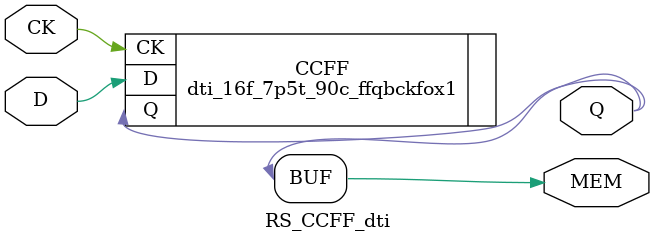
<source format=v>
`timescale 1ns/1ps
module RS_CCFF_dti (
  Q,      // Q output for shift chain
  CK,     // Clock Input
  D,      // Data Input
  MEM     // connected to the datapath
);

input D;
input CK;
output Q;
output MEM;
  
  assign MEM = Q;
  dti_16f_7p5t_90c_ffqbckfox1 CCFF (.Q(Q), .CK(CK), .D(D));        

endmodule

</source>
